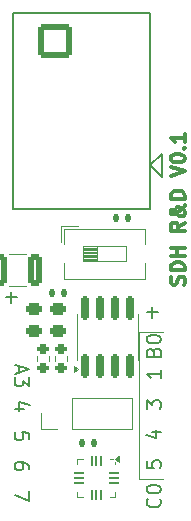
<source format=gto>
G04 #@! TF.GenerationSoftware,KiCad,Pcbnew,8.0.8*
G04 #@! TF.CreationDate,2025-05-02T07:15:15-04:00*
G04 #@! TF.ProjectId,DevBoard1,44657642-6f61-4726-9431-2e6b69636164,rev?*
G04 #@! TF.SameCoordinates,Original*
G04 #@! TF.FileFunction,Legend,Top*
G04 #@! TF.FilePolarity,Positive*
%FSLAX46Y46*%
G04 Gerber Fmt 4.6, Leading zero omitted, Abs format (unit mm)*
G04 Created by KiCad (PCBNEW 8.0.8) date 2025-05-02 07:15:15*
%MOMM*%
%LPD*%
G01*
G04 APERTURE LIST*
G04 Aperture macros list*
%AMRoundRect*
0 Rectangle with rounded corners*
0 $1 Rounding radius*
0 $2 $3 $4 $5 $6 $7 $8 $9 X,Y pos of 4 corners*
0 Add a 4 corners polygon primitive as box body*
4,1,4,$2,$3,$4,$5,$6,$7,$8,$9,$2,$3,0*
0 Add four circle primitives for the rounded corners*
1,1,$1+$1,$2,$3*
1,1,$1+$1,$4,$5*
1,1,$1+$1,$6,$7*
1,1,$1+$1,$8,$9*
0 Add four rect primitives between the rounded corners*
20,1,$1+$1,$2,$3,$4,$5,0*
20,1,$1+$1,$4,$5,$6,$7,0*
20,1,$1+$1,$6,$7,$8,$9,0*
20,1,$1+$1,$8,$9,$2,$3,0*%
%AMFreePoly0*
4,1,14,0.334644,0.085355,0.385355,0.034644,0.400000,-0.000711,0.400000,-0.050000,0.385355,-0.085355,0.350000,-0.100000,-0.350000,-0.100000,-0.385355,-0.085355,-0.400000,-0.050000,-0.400000,0.050000,-0.385355,0.085355,-0.350000,0.100000,0.299289,0.100000,0.334644,0.085355,0.334644,0.085355,$1*%
%AMFreePoly1*
4,1,14,0.385355,0.085355,0.400000,0.050000,0.400000,0.000711,0.385355,-0.034644,0.334644,-0.085355,0.299289,-0.100000,-0.350000,-0.100000,-0.385355,-0.085355,-0.400000,-0.050000,-0.400000,0.050000,-0.385355,0.085355,-0.350000,0.100000,0.350000,0.100000,0.385355,0.085355,0.385355,0.085355,$1*%
%AMFreePoly2*
4,1,14,0.085355,0.385355,0.100000,0.350000,0.100000,-0.350000,0.085355,-0.385355,0.050000,-0.400000,-0.050000,-0.400000,-0.085355,-0.385355,-0.100000,-0.350000,-0.100000,0.299289,-0.085355,0.334644,-0.034644,0.385355,0.000711,0.400000,0.050000,0.400000,0.085355,0.385355,0.085355,0.385355,$1*%
%AMFreePoly3*
4,1,14,0.034644,0.385355,0.085355,0.334644,0.100000,0.299289,0.100000,-0.350000,0.085355,-0.385355,0.050000,-0.400000,-0.050000,-0.400000,-0.085355,-0.385355,-0.100000,-0.350000,-0.100000,0.350000,-0.085355,0.385355,-0.050000,0.400000,-0.000711,0.400000,0.034644,0.385355,0.034644,0.385355,$1*%
%AMFreePoly4*
4,1,14,0.385355,0.085355,0.400000,0.050000,0.400000,-0.050000,0.385355,-0.085355,0.350000,-0.100000,-0.299289,-0.100000,-0.334644,-0.085355,-0.385355,-0.034644,-0.400000,0.000711,-0.400000,0.050000,-0.385355,0.085355,-0.350000,0.100000,0.350000,0.100000,0.385355,0.085355,0.385355,0.085355,$1*%
%AMFreePoly5*
4,1,14,0.385355,0.085355,0.400000,0.050000,0.400000,-0.050000,0.385355,-0.085355,0.350000,-0.100000,-0.350000,-0.100000,-0.385355,-0.085355,-0.400000,-0.050000,-0.400000,-0.000711,-0.385355,0.034644,-0.334644,0.085355,-0.299289,0.100000,0.350000,0.100000,0.385355,0.085355,0.385355,0.085355,$1*%
%AMFreePoly6*
4,1,14,0.085355,0.385355,0.100000,0.350000,0.100000,-0.299289,0.085355,-0.334644,0.034644,-0.385355,-0.000711,-0.400000,-0.050000,-0.400000,-0.085355,-0.385355,-0.100000,-0.350000,-0.100000,0.350000,-0.085355,0.385355,-0.050000,0.400000,0.050000,0.400000,0.085355,0.385355,0.085355,0.385355,$1*%
%AMFreePoly7*
4,1,14,0.085355,0.385355,0.100000,0.350000,0.100000,-0.350000,0.085355,-0.385355,0.050000,-0.400000,0.000711,-0.400000,-0.034644,-0.385355,-0.085355,-0.334644,-0.100000,-0.299289,-0.100000,0.350000,-0.085355,0.385355,-0.050000,0.400000,0.050000,0.400000,0.085355,0.385355,0.085355,0.385355,$1*%
G04 Aperture macros list end*
%ADD10C,0.100000*%
%ADD11C,0.200000*%
%ADD12C,0.300000*%
%ADD13C,0.120000*%
%ADD14RoundRect,0.200000X0.275000X-0.200000X0.275000X0.200000X-0.275000X0.200000X-0.275000X-0.200000X0*%
%ADD15RoundRect,0.243750X0.456250X-0.243750X0.456250X0.243750X-0.456250X0.243750X-0.456250X-0.243750X0*%
%ADD16RoundRect,0.250000X-0.325000X-1.100000X0.325000X-1.100000X0.325000X1.100000X-0.325000X1.100000X0*%
%ADD17RoundRect,0.140000X0.140000X0.170000X-0.140000X0.170000X-0.140000X-0.170000X0.140000X-0.170000X0*%
%ADD18C,3.250000*%
%ADD19R,1.500000X1.500000*%
%ADD20C,1.500000*%
%ADD21RoundRect,0.140000X-0.140000X-0.170000X0.140000X-0.170000X0.140000X0.170000X-0.140000X0.170000X0*%
%ADD22RoundRect,0.250001X-1.149999X-1.149999X1.149999X-1.149999X1.149999X1.149999X-1.149999X1.149999X0*%
%ADD23C,2.800000*%
%ADD24FreePoly0,270.000000*%
%ADD25RoundRect,0.050000X-0.050000X0.350000X-0.050000X-0.350000X0.050000X-0.350000X0.050000X0.350000X0*%
%ADD26FreePoly1,270.000000*%
%ADD27FreePoly2,270.000000*%
%ADD28RoundRect,0.050000X-0.350000X0.050000X-0.350000X-0.050000X0.350000X-0.050000X0.350000X0.050000X0*%
%ADD29FreePoly3,270.000000*%
%ADD30FreePoly4,270.000000*%
%ADD31FreePoly5,270.000000*%
%ADD32FreePoly6,270.000000*%
%ADD33FreePoly7,270.000000*%
%ADD34R,1.700000X1.700000*%
%ADD35O,1.700000X1.700000*%
%ADD36R,0.600000X1.100000*%
%ADD37RoundRect,0.135000X-0.135000X-0.185000X0.135000X-0.185000X0.135000X0.185000X-0.135000X0.185000X0*%
%ADD38RoundRect,0.150000X0.150000X-0.825000X0.150000X0.825000X-0.150000X0.825000X-0.150000X-0.825000X0*%
%ADD39R,2.160000X1.120000*%
G04 APERTURE END LIST*
D10*
X100838000Y-84836000D02*
X102870000Y-84836000D01*
X102870000Y-72390000D02*
X100838000Y-72390000D01*
X100838000Y-72390000D02*
X100838000Y-84836000D01*
D11*
X102712742Y-75662136D02*
X102712742Y-76347850D01*
X102712742Y-76004993D02*
X101512742Y-76004993D01*
X101512742Y-76004993D02*
X101684171Y-76119279D01*
X101684171Y-76119279D02*
X101798457Y-76233564D01*
X101798457Y-76233564D02*
X101855600Y-76347850D01*
X101509292Y-70759600D02*
X102423578Y-70759600D01*
X101966435Y-71216742D02*
X101966435Y-70302457D01*
D12*
X104682400Y-68408060D02*
X104739542Y-68236632D01*
X104739542Y-68236632D02*
X104739542Y-67950917D01*
X104739542Y-67950917D02*
X104682400Y-67836632D01*
X104682400Y-67836632D02*
X104625257Y-67779489D01*
X104625257Y-67779489D02*
X104510971Y-67722346D01*
X104510971Y-67722346D02*
X104396685Y-67722346D01*
X104396685Y-67722346D02*
X104282400Y-67779489D01*
X104282400Y-67779489D02*
X104225257Y-67836632D01*
X104225257Y-67836632D02*
X104168114Y-67950917D01*
X104168114Y-67950917D02*
X104110971Y-68179489D01*
X104110971Y-68179489D02*
X104053828Y-68293774D01*
X104053828Y-68293774D02*
X103996685Y-68350917D01*
X103996685Y-68350917D02*
X103882400Y-68408060D01*
X103882400Y-68408060D02*
X103768114Y-68408060D01*
X103768114Y-68408060D02*
X103653828Y-68350917D01*
X103653828Y-68350917D02*
X103596685Y-68293774D01*
X103596685Y-68293774D02*
X103539542Y-68179489D01*
X103539542Y-68179489D02*
X103539542Y-67893774D01*
X103539542Y-67893774D02*
X103596685Y-67722346D01*
X104739542Y-67208060D02*
X103539542Y-67208060D01*
X103539542Y-67208060D02*
X103539542Y-66922346D01*
X103539542Y-66922346D02*
X103596685Y-66750917D01*
X103596685Y-66750917D02*
X103710971Y-66636632D01*
X103710971Y-66636632D02*
X103825257Y-66579489D01*
X103825257Y-66579489D02*
X104053828Y-66522346D01*
X104053828Y-66522346D02*
X104225257Y-66522346D01*
X104225257Y-66522346D02*
X104453828Y-66579489D01*
X104453828Y-66579489D02*
X104568114Y-66636632D01*
X104568114Y-66636632D02*
X104682400Y-66750917D01*
X104682400Y-66750917D02*
X104739542Y-66922346D01*
X104739542Y-66922346D02*
X104739542Y-67208060D01*
X104739542Y-66008060D02*
X103539542Y-66008060D01*
X104110971Y-66008060D02*
X104110971Y-65322346D01*
X104739542Y-65322346D02*
X103539542Y-65322346D01*
X104739542Y-63150917D02*
X104168114Y-63550917D01*
X104739542Y-63836631D02*
X103539542Y-63836631D01*
X103539542Y-63836631D02*
X103539542Y-63379488D01*
X103539542Y-63379488D02*
X103596685Y-63265203D01*
X103596685Y-63265203D02*
X103653828Y-63208060D01*
X103653828Y-63208060D02*
X103768114Y-63150917D01*
X103768114Y-63150917D02*
X103939542Y-63150917D01*
X103939542Y-63150917D02*
X104053828Y-63208060D01*
X104053828Y-63208060D02*
X104110971Y-63265203D01*
X104110971Y-63265203D02*
X104168114Y-63379488D01*
X104168114Y-63379488D02*
X104168114Y-63836631D01*
X104739542Y-61665203D02*
X104739542Y-61722346D01*
X104739542Y-61722346D02*
X104682400Y-61836631D01*
X104682400Y-61836631D02*
X104510971Y-62008060D01*
X104510971Y-62008060D02*
X104168114Y-62293774D01*
X104168114Y-62293774D02*
X103996685Y-62408060D01*
X103996685Y-62408060D02*
X103825257Y-62465203D01*
X103825257Y-62465203D02*
X103710971Y-62465203D01*
X103710971Y-62465203D02*
X103596685Y-62408060D01*
X103596685Y-62408060D02*
X103539542Y-62293774D01*
X103539542Y-62293774D02*
X103539542Y-62236631D01*
X103539542Y-62236631D02*
X103596685Y-62122346D01*
X103596685Y-62122346D02*
X103710971Y-62065203D01*
X103710971Y-62065203D02*
X103768114Y-62065203D01*
X103768114Y-62065203D02*
X103882400Y-62122346D01*
X103882400Y-62122346D02*
X103939542Y-62179488D01*
X103939542Y-62179488D02*
X104168114Y-62522346D01*
X104168114Y-62522346D02*
X104225257Y-62579488D01*
X104225257Y-62579488D02*
X104339542Y-62636631D01*
X104339542Y-62636631D02*
X104510971Y-62636631D01*
X104510971Y-62636631D02*
X104625257Y-62579488D01*
X104625257Y-62579488D02*
X104682400Y-62522346D01*
X104682400Y-62522346D02*
X104739542Y-62408060D01*
X104739542Y-62408060D02*
X104739542Y-62236631D01*
X104739542Y-62236631D02*
X104682400Y-62122346D01*
X104682400Y-62122346D02*
X104625257Y-62065203D01*
X104625257Y-62065203D02*
X104396685Y-61893774D01*
X104396685Y-61893774D02*
X104225257Y-61836631D01*
X104225257Y-61836631D02*
X104110971Y-61836631D01*
X104739542Y-61150917D02*
X103539542Y-61150917D01*
X103539542Y-61150917D02*
X103539542Y-60865203D01*
X103539542Y-60865203D02*
X103596685Y-60693774D01*
X103596685Y-60693774D02*
X103710971Y-60579489D01*
X103710971Y-60579489D02*
X103825257Y-60522346D01*
X103825257Y-60522346D02*
X104053828Y-60465203D01*
X104053828Y-60465203D02*
X104225257Y-60465203D01*
X104225257Y-60465203D02*
X104453828Y-60522346D01*
X104453828Y-60522346D02*
X104568114Y-60579489D01*
X104568114Y-60579489D02*
X104682400Y-60693774D01*
X104682400Y-60693774D02*
X104739542Y-60865203D01*
X104739542Y-60865203D02*
X104739542Y-61150917D01*
X103539542Y-59208060D02*
X104739542Y-58808060D01*
X104739542Y-58808060D02*
X103539542Y-58408060D01*
X103539542Y-57779489D02*
X103539542Y-57665203D01*
X103539542Y-57665203D02*
X103596685Y-57550917D01*
X103596685Y-57550917D02*
X103653828Y-57493775D01*
X103653828Y-57493775D02*
X103768114Y-57436632D01*
X103768114Y-57436632D02*
X103996685Y-57379489D01*
X103996685Y-57379489D02*
X104282400Y-57379489D01*
X104282400Y-57379489D02*
X104510971Y-57436632D01*
X104510971Y-57436632D02*
X104625257Y-57493775D01*
X104625257Y-57493775D02*
X104682400Y-57550917D01*
X104682400Y-57550917D02*
X104739542Y-57665203D01*
X104739542Y-57665203D02*
X104739542Y-57779489D01*
X104739542Y-57779489D02*
X104682400Y-57893775D01*
X104682400Y-57893775D02*
X104625257Y-57950917D01*
X104625257Y-57950917D02*
X104510971Y-58008060D01*
X104510971Y-58008060D02*
X104282400Y-58065203D01*
X104282400Y-58065203D02*
X103996685Y-58065203D01*
X103996685Y-58065203D02*
X103768114Y-58008060D01*
X103768114Y-58008060D02*
X103653828Y-57950917D01*
X103653828Y-57950917D02*
X103596685Y-57893775D01*
X103596685Y-57893775D02*
X103539542Y-57779489D01*
X104625257Y-56865203D02*
X104682400Y-56808060D01*
X104682400Y-56808060D02*
X104739542Y-56865203D01*
X104739542Y-56865203D02*
X104682400Y-56922346D01*
X104682400Y-56922346D02*
X104625257Y-56865203D01*
X104625257Y-56865203D02*
X104739542Y-56865203D01*
X104739542Y-55665203D02*
X104739542Y-56350917D01*
X104739542Y-56008060D02*
X103539542Y-56008060D01*
X103539542Y-56008060D02*
X103710971Y-56122346D01*
X103710971Y-56122346D02*
X103825257Y-56236631D01*
X103825257Y-56236631D02*
X103882400Y-56350917D01*
D11*
X101512742Y-78944993D02*
X101512742Y-78202136D01*
X101512742Y-78202136D02*
X101969885Y-78602136D01*
X101969885Y-78602136D02*
X101969885Y-78430707D01*
X101969885Y-78430707D02*
X102027028Y-78316422D01*
X102027028Y-78316422D02*
X102084171Y-78259279D01*
X102084171Y-78259279D02*
X102198457Y-78202136D01*
X102198457Y-78202136D02*
X102484171Y-78202136D01*
X102484171Y-78202136D02*
X102598457Y-78259279D01*
X102598457Y-78259279D02*
X102655600Y-78316422D01*
X102655600Y-78316422D02*
X102712742Y-78430707D01*
X102712742Y-78430707D02*
X102712742Y-78773564D01*
X102712742Y-78773564D02*
X102655600Y-78887850D01*
X102655600Y-78887850D02*
X102598457Y-78944993D01*
X101512742Y-83339279D02*
X101512742Y-83910707D01*
X101512742Y-83910707D02*
X102084171Y-83967850D01*
X102084171Y-83967850D02*
X102027028Y-83910707D01*
X102027028Y-83910707D02*
X101969885Y-83796422D01*
X101969885Y-83796422D02*
X101969885Y-83510707D01*
X101969885Y-83510707D02*
X102027028Y-83396422D01*
X102027028Y-83396422D02*
X102084171Y-83339279D01*
X102084171Y-83339279D02*
X102198457Y-83282136D01*
X102198457Y-83282136D02*
X102484171Y-83282136D01*
X102484171Y-83282136D02*
X102598457Y-83339279D01*
X102598457Y-83339279D02*
X102655600Y-83396422D01*
X102655600Y-83396422D02*
X102712742Y-83510707D01*
X102712742Y-83510707D02*
X102712742Y-83796422D01*
X102712742Y-83796422D02*
X102655600Y-83910707D01*
X102655600Y-83910707D02*
X102598457Y-83967850D01*
X91527257Y-83989578D02*
X91527257Y-83761006D01*
X91527257Y-83761006D02*
X91470114Y-83646720D01*
X91470114Y-83646720D02*
X91412971Y-83589578D01*
X91412971Y-83589578D02*
X91241542Y-83475292D01*
X91241542Y-83475292D02*
X91012971Y-83418149D01*
X91012971Y-83418149D02*
X90555828Y-83418149D01*
X90555828Y-83418149D02*
X90441542Y-83475292D01*
X90441542Y-83475292D02*
X90384400Y-83532435D01*
X90384400Y-83532435D02*
X90327257Y-83646720D01*
X90327257Y-83646720D02*
X90327257Y-83875292D01*
X90327257Y-83875292D02*
X90384400Y-83989578D01*
X90384400Y-83989578D02*
X90441542Y-84046720D01*
X90441542Y-84046720D02*
X90555828Y-84103863D01*
X90555828Y-84103863D02*
X90841542Y-84103863D01*
X90841542Y-84103863D02*
X90955828Y-84046720D01*
X90955828Y-84046720D02*
X91012971Y-83989578D01*
X91012971Y-83989578D02*
X91070114Y-83875292D01*
X91070114Y-83875292D02*
X91070114Y-83646720D01*
X91070114Y-83646720D02*
X91012971Y-83532435D01*
X91012971Y-83532435D02*
X90955828Y-83475292D01*
X90955828Y-83475292D02*
X90841542Y-83418149D01*
X102598457Y-86526993D02*
X102655600Y-86584136D01*
X102655600Y-86584136D02*
X102712742Y-86755564D01*
X102712742Y-86755564D02*
X102712742Y-86869850D01*
X102712742Y-86869850D02*
X102655600Y-87041279D01*
X102655600Y-87041279D02*
X102541314Y-87155564D01*
X102541314Y-87155564D02*
X102427028Y-87212707D01*
X102427028Y-87212707D02*
X102198457Y-87269850D01*
X102198457Y-87269850D02*
X102027028Y-87269850D01*
X102027028Y-87269850D02*
X101798457Y-87212707D01*
X101798457Y-87212707D02*
X101684171Y-87155564D01*
X101684171Y-87155564D02*
X101569885Y-87041279D01*
X101569885Y-87041279D02*
X101512742Y-86869850D01*
X101512742Y-86869850D02*
X101512742Y-86755564D01*
X101512742Y-86755564D02*
X101569885Y-86584136D01*
X101569885Y-86584136D02*
X101627028Y-86526993D01*
X101512742Y-85784136D02*
X101512742Y-85669850D01*
X101512742Y-85669850D02*
X101569885Y-85555564D01*
X101569885Y-85555564D02*
X101627028Y-85498422D01*
X101627028Y-85498422D02*
X101741314Y-85441279D01*
X101741314Y-85441279D02*
X101969885Y-85384136D01*
X101969885Y-85384136D02*
X102255600Y-85384136D01*
X102255600Y-85384136D02*
X102484171Y-85441279D01*
X102484171Y-85441279D02*
X102598457Y-85498422D01*
X102598457Y-85498422D02*
X102655600Y-85555564D01*
X102655600Y-85555564D02*
X102712742Y-85669850D01*
X102712742Y-85669850D02*
X102712742Y-85784136D01*
X102712742Y-85784136D02*
X102655600Y-85898422D01*
X102655600Y-85898422D02*
X102598457Y-85955564D01*
X102598457Y-85955564D02*
X102484171Y-86012707D01*
X102484171Y-86012707D02*
X102255600Y-86069850D01*
X102255600Y-86069850D02*
X101969885Y-86069850D01*
X101969885Y-86069850D02*
X101741314Y-86012707D01*
X101741314Y-86012707D02*
X101627028Y-85955564D01*
X101627028Y-85955564D02*
X101569885Y-85898422D01*
X101569885Y-85898422D02*
X101512742Y-85784136D01*
X89571292Y-69489600D02*
X90485578Y-69489600D01*
X90028435Y-69946742D02*
X90028435Y-69032457D01*
X90670114Y-75290149D02*
X90670114Y-75861578D01*
X90327257Y-75175863D02*
X91527257Y-75575863D01*
X91527257Y-75575863D02*
X90327257Y-75975863D01*
X91527257Y-76261577D02*
X91527257Y-77004434D01*
X91527257Y-77004434D02*
X91070114Y-76604434D01*
X91070114Y-76604434D02*
X91070114Y-76775863D01*
X91070114Y-76775863D02*
X91012971Y-76890149D01*
X91012971Y-76890149D02*
X90955828Y-76947291D01*
X90955828Y-76947291D02*
X90841542Y-77004434D01*
X90841542Y-77004434D02*
X90555828Y-77004434D01*
X90555828Y-77004434D02*
X90441542Y-76947291D01*
X90441542Y-76947291D02*
X90384400Y-76890149D01*
X90384400Y-76890149D02*
X90327257Y-76775863D01*
X90327257Y-76775863D02*
X90327257Y-76433006D01*
X90327257Y-76433006D02*
X90384400Y-76318720D01*
X90384400Y-76318720D02*
X90441542Y-76261577D01*
X91127257Y-78909578D02*
X90327257Y-78909578D01*
X91584400Y-78623863D02*
X90727257Y-78338149D01*
X90727257Y-78338149D02*
X90727257Y-79081006D01*
X101912742Y-80856422D02*
X102712742Y-80856422D01*
X101455600Y-81142136D02*
X102312742Y-81427850D01*
X102312742Y-81427850D02*
X102312742Y-80684993D01*
X102084171Y-74112707D02*
X102141314Y-73941279D01*
X102141314Y-73941279D02*
X102198457Y-73884136D01*
X102198457Y-73884136D02*
X102312742Y-73826993D01*
X102312742Y-73826993D02*
X102484171Y-73826993D01*
X102484171Y-73826993D02*
X102598457Y-73884136D01*
X102598457Y-73884136D02*
X102655600Y-73941279D01*
X102655600Y-73941279D02*
X102712742Y-74055564D01*
X102712742Y-74055564D02*
X102712742Y-74512707D01*
X102712742Y-74512707D02*
X101512742Y-74512707D01*
X101512742Y-74512707D02*
X101512742Y-74112707D01*
X101512742Y-74112707D02*
X101569885Y-73998422D01*
X101569885Y-73998422D02*
X101627028Y-73941279D01*
X101627028Y-73941279D02*
X101741314Y-73884136D01*
X101741314Y-73884136D02*
X101855600Y-73884136D01*
X101855600Y-73884136D02*
X101969885Y-73941279D01*
X101969885Y-73941279D02*
X102027028Y-73998422D01*
X102027028Y-73998422D02*
X102084171Y-74112707D01*
X102084171Y-74112707D02*
X102084171Y-74512707D01*
X101512742Y-73084136D02*
X101512742Y-72969850D01*
X101512742Y-72969850D02*
X101569885Y-72855564D01*
X101569885Y-72855564D02*
X101627028Y-72798422D01*
X101627028Y-72798422D02*
X101741314Y-72741279D01*
X101741314Y-72741279D02*
X101969885Y-72684136D01*
X101969885Y-72684136D02*
X102255600Y-72684136D01*
X102255600Y-72684136D02*
X102484171Y-72741279D01*
X102484171Y-72741279D02*
X102598457Y-72798422D01*
X102598457Y-72798422D02*
X102655600Y-72855564D01*
X102655600Y-72855564D02*
X102712742Y-72969850D01*
X102712742Y-72969850D02*
X102712742Y-73084136D01*
X102712742Y-73084136D02*
X102655600Y-73198422D01*
X102655600Y-73198422D02*
X102598457Y-73255564D01*
X102598457Y-73255564D02*
X102484171Y-73312707D01*
X102484171Y-73312707D02*
X102255600Y-73369850D01*
X102255600Y-73369850D02*
X101969885Y-73369850D01*
X101969885Y-73369850D02*
X101741314Y-73312707D01*
X101741314Y-73312707D02*
X101627028Y-73255564D01*
X101627028Y-73255564D02*
X101569885Y-73198422D01*
X101569885Y-73198422D02*
X101512742Y-73084136D01*
X91527257Y-81506720D02*
X91527257Y-80935292D01*
X91527257Y-80935292D02*
X90955828Y-80878149D01*
X90955828Y-80878149D02*
X91012971Y-80935292D01*
X91012971Y-80935292D02*
X91070114Y-81049578D01*
X91070114Y-81049578D02*
X91070114Y-81335292D01*
X91070114Y-81335292D02*
X91012971Y-81449578D01*
X91012971Y-81449578D02*
X90955828Y-81506720D01*
X90955828Y-81506720D02*
X90841542Y-81563863D01*
X90841542Y-81563863D02*
X90555828Y-81563863D01*
X90555828Y-81563863D02*
X90441542Y-81506720D01*
X90441542Y-81506720D02*
X90384400Y-81449578D01*
X90384400Y-81449578D02*
X90327257Y-81335292D01*
X90327257Y-81335292D02*
X90327257Y-81049578D01*
X90327257Y-81049578D02*
X90384400Y-80935292D01*
X90384400Y-80935292D02*
X90441542Y-80878149D01*
X91527257Y-85901006D02*
X91527257Y-86701006D01*
X91527257Y-86701006D02*
X90327257Y-86186720D01*
D13*
X93711500Y-74913258D02*
X93711500Y-74438742D01*
X94756500Y-74913258D02*
X94756500Y-74438742D01*
X89839748Y-65823000D02*
X91262252Y-65823000D01*
X89839748Y-68543000D02*
X91262252Y-68543000D01*
D11*
X101812000Y-58320000D02*
X102812000Y-57320000D01*
X102812000Y-57320000D02*
X102812000Y-59320000D01*
X102812000Y-59320000D02*
X101812000Y-58320000D01*
X90212000Y-45429000D02*
X101812000Y-45429000D01*
X101812000Y-62029000D01*
X90212000Y-62029000D01*
X90212000Y-45429000D01*
D13*
X95639800Y-83156600D02*
X96089800Y-83156600D01*
X95639800Y-83606600D02*
X95639800Y-83156600D01*
X95639800Y-85926600D02*
X95639800Y-86376600D01*
X95639800Y-86376600D02*
X96089800Y-86376600D01*
X98409800Y-83156600D02*
X98619800Y-83156600D01*
X98859800Y-83606600D02*
X98859800Y-83456600D01*
X98859800Y-85926600D02*
X98859800Y-86376600D01*
X98859800Y-86376600D02*
X98409800Y-86376600D01*
X99189800Y-83396600D02*
X98859800Y-83156600D01*
X99189800Y-82916600D01*
X99189800Y-83396600D01*
G36*
X99189800Y-83396600D02*
G01*
X98859800Y-83156600D01*
X99189800Y-82916600D01*
X99189800Y-83396600D01*
G37*
X92548400Y-80628800D02*
X92548400Y-79298800D01*
X93878400Y-80628800D02*
X92548400Y-80628800D01*
X95148400Y-77968800D02*
X100288400Y-77968800D01*
X95148400Y-80628800D02*
X95148400Y-77968800D01*
X95148400Y-80628800D02*
X100288400Y-80628800D01*
X100288400Y-80628800D02*
X100288400Y-77968800D01*
X92187500Y-74913258D02*
X92187500Y-74438742D01*
X93232500Y-74913258D02*
X93232500Y-74438742D01*
X95611000Y-72833000D02*
X95611000Y-70883000D01*
X95611000Y-72833000D02*
X95611000Y-74783000D01*
X100731000Y-72833000D02*
X100731000Y-70883000D01*
X100731000Y-72833000D02*
X100731000Y-74783000D01*
X95706000Y-75533000D02*
X95376000Y-75773000D01*
X95376000Y-75293000D01*
X95706000Y-75533000D01*
G36*
X95706000Y-75533000D02*
G01*
X95376000Y-75773000D01*
X95376000Y-75293000D01*
X95706000Y-75533000D01*
G37*
X94267000Y-63436000D02*
X94267000Y-64819000D01*
X94267000Y-63436000D02*
X95650000Y-63436000D01*
X94507000Y-63676000D02*
X94507000Y-64986000D01*
X94507000Y-63676000D02*
X101327000Y-63676000D01*
X94507000Y-66586000D02*
X94507000Y-67896000D01*
X94507000Y-67896000D02*
X101327000Y-67896000D01*
X96107000Y-65151000D02*
X96107000Y-66421000D01*
X96107000Y-65271000D02*
X97313667Y-65271000D01*
X96107000Y-65391000D02*
X97313667Y-65391000D01*
X96107000Y-65511000D02*
X97313667Y-65511000D01*
X96107000Y-65631000D02*
X97313667Y-65631000D01*
X96107000Y-65751000D02*
X97313667Y-65751000D01*
X96107000Y-65871000D02*
X97313667Y-65871000D01*
X96107000Y-65991000D02*
X97313667Y-65991000D01*
X96107000Y-66111000D02*
X97313667Y-66111000D01*
X96107000Y-66231000D02*
X97313667Y-66231000D01*
X96107000Y-66351000D02*
X97313667Y-66351000D01*
X96107000Y-66421000D02*
X99727000Y-66421000D01*
X97313667Y-65151000D02*
X97313667Y-66421000D01*
X99727000Y-65151000D02*
X96107000Y-65151000D01*
X99727000Y-66421000D02*
X99727000Y-65151000D01*
X101327000Y-63676000D02*
X101327000Y-64986000D01*
X101327000Y-66586000D02*
X101327000Y-67896000D01*
%LPC*%
D14*
X94234000Y-75501000D03*
X94234000Y-73851000D03*
D15*
X93980000Y-72311500D03*
X93980000Y-70436500D03*
D16*
X89076000Y-67183000D03*
X92026000Y-67183000D03*
D17*
X94488000Y-69088000D03*
X93528000Y-69088000D03*
D18*
X92202000Y-52070000D03*
X99822000Y-52070000D03*
D19*
X97922000Y-58420000D03*
D20*
X96652000Y-60960000D03*
X95382000Y-58420000D03*
X94112000Y-60960000D03*
D21*
X96068000Y-81788000D03*
X97028000Y-81788000D03*
D22*
X93704400Y-47752000D03*
D23*
X98704400Y-47752000D03*
D24*
X98049800Y-83316600D03*
D25*
X97649800Y-83316600D03*
X97249800Y-83316600D03*
X96849800Y-83316600D03*
D26*
X96449800Y-83316600D03*
D27*
X95799800Y-83966600D03*
D28*
X95799800Y-84366600D03*
X95799800Y-84766600D03*
X95799800Y-85166600D03*
D29*
X95799800Y-85566600D03*
D30*
X96449800Y-86216600D03*
D25*
X96849800Y-86216600D03*
X97249800Y-86216600D03*
X97649800Y-86216600D03*
D31*
X98049800Y-86216600D03*
D32*
X98699800Y-85566600D03*
D28*
X98699800Y-85166600D03*
X98699800Y-84766600D03*
X98699800Y-84366600D03*
D33*
X98699800Y-83966600D03*
D34*
X97249800Y-84766600D03*
X93878400Y-79298800D03*
D35*
X96418400Y-79298800D03*
X98958400Y-79298800D03*
D14*
X92710000Y-75501000D03*
X92710000Y-73851000D03*
D34*
X88900000Y-71120000D03*
D35*
X88900000Y-73660000D03*
X88900000Y-76200000D03*
X88900000Y-78740000D03*
X88900000Y-81280000D03*
X88900000Y-83820000D03*
X88900000Y-86360000D03*
X88900000Y-88900000D03*
X104140000Y-88900000D03*
X104140000Y-86360000D03*
X104140000Y-83820000D03*
X104140000Y-81280000D03*
X104140000Y-78740000D03*
X104140000Y-76200000D03*
X104140000Y-73660000D03*
X104140000Y-71120000D03*
D36*
X97372400Y-88780300D03*
X95972400Y-88780300D03*
D37*
X98933000Y-62738000D03*
X99953000Y-62738000D03*
D17*
X94813000Y-89154000D03*
X93853000Y-89154000D03*
D38*
X96266000Y-75308000D03*
X97536000Y-75308000D03*
X98806000Y-75308000D03*
X100076000Y-75308000D03*
X100076000Y-70358000D03*
X98806000Y-70358000D03*
X97536000Y-70358000D03*
X96266000Y-70358000D03*
D15*
X91948000Y-72311500D03*
X91948000Y-70436500D03*
D39*
X94552000Y-65786000D03*
X101282000Y-65786000D03*
D21*
X98580000Y-89154000D03*
X99540000Y-89154000D03*
%LPD*%
M02*

</source>
